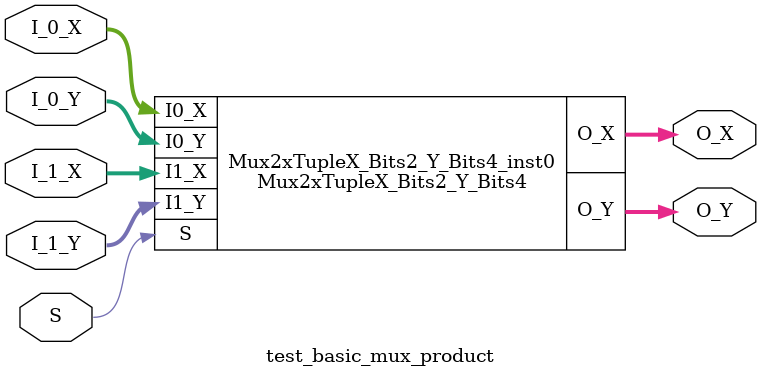
<source format=v>
module Mux2xTupleX_Bits2_Y_Bits4 (
    input [1:0] I0_X,
    input [3:0] I0_Y,
    input [1:0] I1_X,
    input [3:0] I1_Y,
    output [1:0] O_X,
    output [3:0] O_Y,
    input S
);
reg [5:0] mux_out;
always @(*) begin
if (S == 0) begin
    mux_out = {I0_Y,I0_X};
end else begin
    mux_out = {I1_Y,I1_X};
end
end

assign O_X = {mux_out[1],mux_out[0]};
assign O_Y = {mux_out[5],mux_out[4],mux_out[3],mux_out[2]};
endmodule

module test_basic_mux_product (
    input [1:0] I_0_X,
    input [3:0] I_0_Y,
    input [1:0] I_1_X,
    input [3:0] I_1_Y,
    output [1:0] O_X,
    output [3:0] O_Y,
    input S
);
Mux2xTupleX_Bits2_Y_Bits4 Mux2xTupleX_Bits2_Y_Bits4_inst0 (
    .I0_X(I_0_X),
    .I0_Y(I_0_Y),
    .I1_X(I_1_X),
    .I1_Y(I_1_Y),
    .O_X(O_X),
    .O_Y(O_Y),
    .S(S)
);
endmodule


</source>
